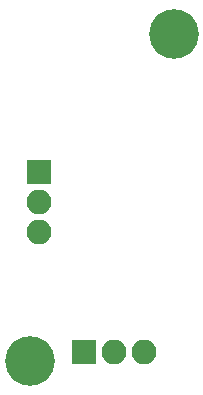
<source format=gbr>
G04 #@! TF.GenerationSoftware,KiCad,Pcbnew,5.1.2-f72e74a~84~ubuntu18.04.1*
G04 #@! TF.CreationDate,2019-05-28T19:28:17+02:00*
G04 #@! TF.ProjectId,OpenEMG2,4f70656e-454d-4473-922e-6b696361645f,rev?*
G04 #@! TF.SameCoordinates,Original*
G04 #@! TF.FileFunction,Soldermask,Bot*
G04 #@! TF.FilePolarity,Negative*
%FSLAX46Y46*%
G04 Gerber Fmt 4.6, Leading zero omitted, Abs format (unit mm)*
G04 Created by KiCad (PCBNEW 5.1.2-f72e74a~84~ubuntu18.04.1) date 2019-05-28 19:28:17*
%MOMM*%
%LPD*%
G04 APERTURE LIST*
%ADD10C,4.200000*%
%ADD11O,2.100000X2.100000*%
%ADD12R,2.100000X2.100000*%
G04 APERTURE END LIST*
D10*
X26543000Y-69342000D03*
X38735000Y-41656000D03*
D11*
X36195000Y-68580000D03*
X33655000Y-68580000D03*
D12*
X31115000Y-68580000D03*
D11*
X27305000Y-58420000D03*
X27305000Y-55880000D03*
D12*
X27305000Y-53340000D03*
M02*

</source>
